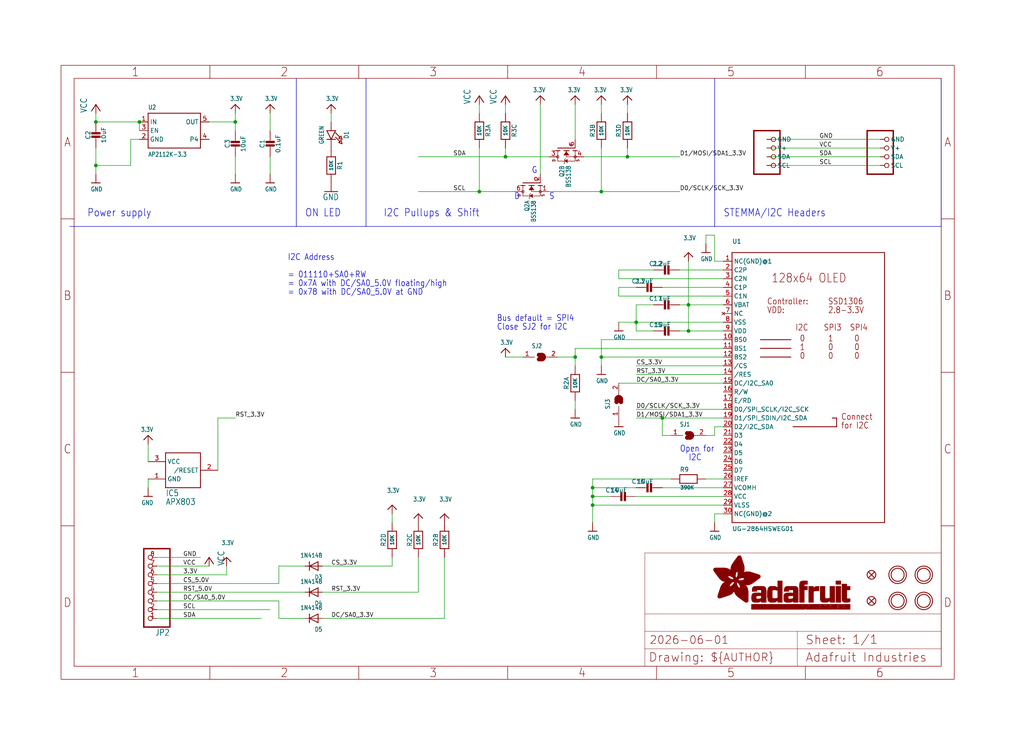
<source format=kicad_sch>
(kicad_sch (version 20230121) (generator eeschema)
  (paper "User" 298.45 217.322)
  (lib_symbols
    (symbol "working-eagle-import:3.3V" (power)
      (property "Value" "3.3V" (at -1.524 1.016 0))
      (symbol "3.3V_1_0"
        (pin power_in line (at 0 -2.54 90) (length 2.54) (name "3.3V") (number "1"))
      )
    )
    (symbol "working-eagle-import:AXP083-SAG"
      (property "Reference" "IC" (at -5.08 -7.62 0))
      (symbol "AXP083-SAG_1_0"
        (pin power_in line (at -10.16 -2.54 0) (length 5.08) (name "GND") (number "1"))
        (pin output line (at 10.16 0 180) (length 5.08) (name "/RESET") (number "2"))
        (pin power_in line (at -10.16 2.54 0) (length 5.08) (name "VCC") (number "3"))
      )
    )
    (symbol "working-eagle-import:CAP_CERAMIC0603_NO"
      (property "Reference" "C" (at -2.29 1.25 90))
      (symbol "CAP_CERAMIC0603_NO_1_0"
        (pin passive line (at 0 5.08 270) (length 2.54) (name "1") (number "1"))
        (pin passive line (at 0 -2.54 90) (length 2.54) (name "2") (number "2"))
      )
    )
    (symbol "working-eagle-import:CAP_CERAMIC0805-NOOUTLINE"
      (property "Reference" "C" (at -2.29 1.25 90))
      (symbol "CAP_CERAMIC0805-NOOUTLINE_1_0"
        (pin passive line (at 0 5.08 270) (length 2.54) (name "1") (number "1"))
        (pin passive line (at 0 -2.54 90) (length 2.54) (name "2") (number "2"))
      )
    )
    (symbol "working-eagle-import:DIODESOD-323"
      (property "Reference" "D" (at 0 2.54 0))
      (symbol "DIODESOD-323_1_0"
        (pin passive line (at -2.54 0 0) (length 2.54) (name "A") (number "A"))
        (pin passive line (at 2.54 0 180) (length 2.54) (name "C") (number "C"))
      )
    )
    (symbol "working-eagle-import:DISP_OLED_UG-2864HSWEG01"
      (property "Reference" "U" (at -22.86 40.64 0))
      (symbol "DISP_OLED_UG-2864HSWEG01_1_0"
        (text "0" (at -3.175 6.985 0) (effects (font (size 1.778 1.5113)) (justify left bottom)))
        (text "0" (at -3.175 12.065 0) (effects (font (size 1.778 1.5113)) (justify left bottom)))
        (text "0" (at 5.08 6.985 0) (effects (font (size 1.778 1.5113)) (justify left bottom)))
        (text "0" (at 5.08 9.525 0) (effects (font (size 1.778 1.5113)) (justify left bottom)))
        (text "0" (at 12.7 6.985 0) (effects (font (size 1.778 1.5113)) (justify left bottom)))
        (text "0" (at 12.7 9.525 0) (effects (font (size 1.778 1.5113)) (justify left bottom)))
        (text "0" (at 12.7 12.065 0) (effects (font (size 1.778 1.5113)) (justify left bottom)))
        (text "1" (at -3.175 9.525 0) (effects (font (size 1.778 1.5113)) (justify left bottom)))
        (text "1" (at 5.08 12.065 0) (effects (font (size 1.778 1.5113)) (justify left bottom)))
        (text "128x64 OLED" (at -11.43 29.21 0) (effects (font (size 2.54 2.159)) (justify left bottom)))
        (text "2.8-3.3V" (at 5.08 20.32 0) (effects (font (size 1.778 1.5113)) (justify left bottom)))
        (text "Connect" (at 8.89 -10.795 0) (effects (font (size 1.778 1.5113)) (justify left bottom)))
        (text "Controller:" (at -12.7 22.86 0) (effects (font (size 1.778 1.5113)) (justify left bottom)))
        (text "for I2C" (at 8.89 -13.335 0) (effects (font (size 1.778 1.5113)) (justify left bottom)))
        (text "I2C" (at -4.445 15.24 0) (effects (font (size 1.778 1.5113)) (justify left bottom)))
        (text "SPI3" (at 3.81 15.24 0) (effects (font (size 1.778 1.5113)) (justify left bottom)))
        (text "SPI4" (at 11.43 15.24 0) (effects (font (size 1.778 1.5113)) (justify left bottom)))
        (text "SSD1306" (at 5.08 22.86 0) (effects (font (size 1.778 1.5113)) (justify left bottom)))
        (text "VDD:" (at -12.7 20.32 0) (effects (font (size 1.778 1.5113)) (justify left bottom)))
        (pin input line (at -25.4 35.56 0) (length 2.54) (name "NC(GND)@1") (number "1"))
        (pin input line (at -25.4 12.7 0) (length 2.54) (name "BS0") (number "10"))
        (pin input line (at -25.4 10.16 0) (length 2.54) (name "BS1") (number "11"))
        (pin input line (at -25.4 7.62 0) (length 2.54) (name "BS2") (number "12"))
        (pin input line (at -25.4 5.08 0) (length 2.54) (name "/CS") (number "13"))
        (pin input line (at -25.4 2.54 0) (length 2.54) (name "/RES") (number "14"))
        (pin input line (at -25.4 0 0) (length 2.54) (name "DC/I2C_SA0") (number "15"))
        (pin input line (at -25.4 -2.54 0) (length 2.54) (name "R/W") (number "16"))
        (pin input line (at -25.4 -5.08 0) (length 2.54) (name "E/RD") (number "17"))
        (pin bidirectional line (at -25.4 -7.62 0) (length 2.54) (name "D0/SPI_SCLK/I2C_SCK") (number "18"))
        (pin bidirectional line (at -25.4 -10.16 0) (length 2.54) (name "D1/SPI_SDIN/I2C_SDA") (number "19"))
        (pin input line (at -25.4 33.02 0) (length 2.54) (name "C2P") (number "2"))
        (pin bidirectional line (at -25.4 -12.7 0) (length 2.54) (name "D2/I2C_SDA") (number "20"))
        (pin bidirectional line (at -25.4 -15.24 0) (length 2.54) (name "D3") (number "21"))
        (pin bidirectional line (at -25.4 -17.78 0) (length 2.54) (name "D4") (number "22"))
        (pin bidirectional line (at -25.4 -20.32 0) (length 2.54) (name "D5") (number "23"))
        (pin bidirectional line (at -25.4 -22.86 0) (length 2.54) (name "D6") (number "24"))
        (pin bidirectional line (at -25.4 -25.4 0) (length 2.54) (name "D7") (number "25"))
        (pin input line (at -25.4 -27.94 0) (length 2.54) (name "IREF") (number "26"))
        (pin output line (at -25.4 -30.48 0) (length 2.54) (name "VCOMH") (number "27"))
        (pin power_in line (at -25.4 -33.02 0) (length 2.54) (name "VCC") (number "28"))
        (pin power_in line (at -25.4 -35.56 0) (length 2.54) (name "VLSS") (number "29"))
        (pin input line (at -25.4 30.48 0) (length 2.54) (name "C2N") (number "3"))
        (pin input line (at -25.4 -38.1 0) (length 2.54) (name "NC(GND)@2") (number "30"))
        (pin input line (at -25.4 27.94 0) (length 2.54) (name "C1P") (number "4"))
        (pin input line (at -25.4 25.4 0) (length 2.54) (name "C1N") (number "5"))
        (pin input line (at -25.4 22.86 0) (length 2.54) (name "VBAT") (number "6"))
        (pin no_connect line (at -25.4 20.32 0) (length 2.54) (name "NC") (number "7"))
        (pin power_in line (at -25.4 17.78 0) (length 2.54) (name "VSS") (number "8"))
        (pin power_in line (at -25.4 15.24 0) (length 2.54) (name "VDD") (number "9"))
      )
    )
    (symbol "working-eagle-import:FIDUCIAL_1MM")
    (symbol "working-eagle-import:FRAME_A4_ADAFRUIT"
      (symbol "FRAME_A4_ADAFRUIT_1_0"
        (text "${#}/${##}" (at 230.505 10.16 0) (effects (font (size 2.54 2.54)) (justify left bottom)))
        (text "${AUTHOR}" (at 189.23 5.08 0) (effects (font (size 2.286 2.286)) (justify left bottom)))
        (text "${CURRENT_DATE}" (at 171.45 10.16 0) (effects (font (size 2.286 2.286)) (justify left bottom)))
        (text "${PROJECTNAME}" (at 171.45 15.24 0) (effects (font (size 2.54 2.54)) (justify left bottom)))
        (text "1" (at 21.6958 1.905 0) (effects (font (size 2.54 2.286))))
        (text "1" (at 21.6958 177.165 0) (effects (font (size 2.54 2.286))))
        (text "2" (at 65.0875 1.905 0) (effects (font (size 2.54 2.286))))
        (text "2" (at 65.0875 177.165 0) (effects (font (size 2.54 2.286))))
        (text "3" (at 108.4792 1.905 0) (effects (font (size 2.54 2.286))))
        (text "3" (at 108.4792 177.165 0) (effects (font (size 2.54 2.286))))
        (text "4" (at 151.8708 1.905 0) (effects (font (size 2.54 2.286))))
        (text "4" (at 151.8708 177.165 0) (effects (font (size 2.54 2.286))))
        (text "5" (at 195.2625 1.905 0) (effects (font (size 2.54 2.286))))
        (text "5" (at 195.2625 177.165 0) (effects (font (size 2.54 2.286))))
        (text "6" (at 238.6542 1.905 0) (effects (font (size 2.54 2.286))))
        (text "6" (at 238.6542 177.165 0) (effects (font (size 2.54 2.286))))
        (text "A" (at 1.905 156.6863 0) (effects (font (size 2.54 2.286))))
        (text "A" (at 258.445 156.6863 0) (effects (font (size 2.54 2.286))))
        (text "Adafruit Industries" (at 216.916 4.953 0) (effects (font (size 2.54 2.54)) (justify left bottom)))
        (text "B" (at 1.905 111.9188 0) (effects (font (size 2.54 2.286))))
        (text "B" (at 258.445 111.9188 0) (effects (font (size 2.54 2.286))))
        (text "C" (at 1.905 67.1513 0) (effects (font (size 2.54 2.286))))
        (text "C" (at 258.445 67.1513 0) (effects (font (size 2.54 2.286))))
        (text "D" (at 1.905 22.3838 0) (effects (font (size 2.54 2.286))))
        (text "D" (at 258.445 22.3838 0) (effects (font (size 2.54 2.286))))
        (text "Drawing:" (at 171.196 4.953 0) (effects (font (size 2.54 2.54)) (justify left bottom)))
        (text "Sheet:" (at 216.916 10.033 0) (effects (font (size 2.54 2.54)) (justify left bottom)))
      )
    )
    (symbol "working-eagle-import:GND" (power)
      (property "Value" "GND" (at -1.524 -2.54 0))
      (symbol "GND_1_0"
        (pin power_in line (at 0 2.54 270) (length 2.54) (name "GND") (number "1"))
      )
    )
    (symbol "working-eagle-import:HEADER-1X870MIL"
      (property "Reference" "JP" (at -6.35 13.335 0))
      (symbol "HEADER-1X870MIL_1_0"
        (pin passive inverted (at -2.54 10.16 0) (length 2.54) (name "1") (number "1"))
        (pin passive inverted (at -2.54 7.62 0) (length 2.54) (name "2") (number "2"))
        (pin passive inverted (at -2.54 5.08 0) (length 2.54) (name "3") (number "3"))
        (pin passive inverted (at -2.54 2.54 0) (length 2.54) (name "4") (number "4"))
        (pin passive inverted (at -2.54 0 0) (length 2.54) (name "5") (number "5"))
        (pin passive inverted (at -2.54 -2.54 0) (length 2.54) (name "6") (number "6"))
        (pin passive inverted (at -2.54 -5.08 0) (length 2.54) (name "7") (number "7"))
        (pin passive inverted (at -2.54 -7.62 0) (length 2.54) (name "8") (number "8"))
      )
    )
    (symbol "working-eagle-import:LED0603_NOOUTLINE"
      (property "Reference" "D" (at -1.27 4.445 0))
      (symbol "LED0603_NOOUTLINE_1_0"
        (pin passive line (at -5.08 0 0) (length 2.54) (name "A") (number "A"))
        (pin passive line (at 2.54 0 180) (length 2.54) (name "C") (number "C"))
      )
    )
    (symbol "working-eagle-import:MOSFET-N_DUAL"
      (property "Reference" "Q" (at 5.08 0.635 0))
      (symbol "MOSFET-N_DUAL_1_0"
        (text "D" (at 3.175 3.175 0) (effects (font (size 0.8128 0.6908)) (justify left bottom)))
        (text "G" (at -1.27 -1.905 0) (effects (font (size 0.8128 0.6908)) (justify left bottom)))
        (text "S" (at 3.175 -3.81 0) (effects (font (size 0.8128 0.6908)) (justify left bottom)))
        (pin bidirectional line (at 2.54 -5.08 90) (length 2.54) (name "S") (number "1"))
        (pin bidirectional line (at -2.54 -2.54 0) (length 2.54) (name "G") (number "2"))
        (pin bidirectional line (at 2.54 5.08 270) (length 2.54) (name "D") (number "6"))
      )
      (symbol "MOSFET-N_DUAL_2_0"
        (text "D" (at 3.175 3.175 0) (effects (font (size 0.8128 0.6908)) (justify left bottom)))
        (text "G" (at -1.27 -1.905 0) (effects (font (size 0.8128 0.6908)) (justify left bottom)))
        (text "S" (at 3.175 -3.81 0) (effects (font (size 0.8128 0.6908)) (justify left bottom)))
        (pin bidirectional line (at 2.54 5.08 270) (length 2.54) (name "D") (number "3"))
        (pin bidirectional line (at 2.54 -5.08 90) (length 2.54) (name "S") (number "4"))
        (pin bidirectional line (at -2.54 -2.54 0) (length 2.54) (name "G") (number "5"))
      )
    )
    (symbol "working-eagle-import:MOUNTINGHOLE2.5")
    (symbol "working-eagle-import:RESISTOR_0603_NOOUT"
      (property "Reference" "R" (at 0 2.54 0))
      (symbol "RESISTOR_0603_NOOUT_1_0"
        (pin passive line (at -5.08 0 0) (length 2.54) (name "1") (number "1"))
        (pin passive line (at 5.08 0 180) (length 2.54) (name "2") (number "2"))
      )
    )
    (symbol "working-eagle-import:RESISTOR_4PACK"
      (property "Reference" "R" (at 0 2.54 0))
      (symbol "RESISTOR_4PACK_1_0"
        (pin passive line (at -5.08 0 0) (length 2.54) (name "1") (number "1"))
        (pin passive line (at 5.08 0 180) (length 2.54) (name "2") (number "8"))
      )
      (symbol "RESISTOR_4PACK_2_0"
        (pin passive line (at -5.08 0 0) (length 2.54) (name "1") (number "2"))
        (pin passive line (at 5.08 0 180) (length 2.54) (name "2") (number "7"))
      )
      (symbol "RESISTOR_4PACK_3_0"
        (pin passive line (at -5.08 0 0) (length 2.54) (name "1") (number "3"))
        (pin passive line (at 5.08 0 180) (length 2.54) (name "2") (number "6"))
      )
      (symbol "RESISTOR_4PACK_4_0"
        (pin passive line (at -5.08 0 0) (length 2.54) (name "1") (number "4"))
        (pin passive line (at 5.08 0 180) (length 2.54) (name "2") (number "5"))
      )
    )
    (symbol "working-eagle-import:SOLDERJUMPER"
      (property "Reference" "SJ" (at -2.54 2.54 0))
      (symbol "SOLDERJUMPER_1_0"
        (pin passive line (at -5.08 0 0) (length 2.54) (name "1") (number "1"))
        (pin passive line (at 5.08 0 180) (length 2.54) (name "2") (number "2"))
      )
    )
    (symbol "working-eagle-import:SOLDERJUMPERCLOSED"
      (property "Reference" "SJ" (at -2.54 2.54 0))
      (symbol "SOLDERJUMPERCLOSED_1_0"
        (pin passive line (at -5.08 0 0) (length 2.54) (name "1") (number "1"))
        (pin passive line (at 5.08 0 180) (length 2.54) (name "2") (number "2"))
      )
    )
    (symbol "working-eagle-import:STEMMA_I2C_QT"
      (symbol "STEMMA_I2C_QT_1_0"
        (pin passive inverted (at 0 5.08 0) (length 2.54) (name "GND") (number "1"))
        (pin passive inverted (at 0 2.54 0) (length 2.54) (name "V+") (number "2"))
        (pin passive inverted (at 0 0 0) (length 2.54) (name "SDA") (number "3"))
        (pin passive inverted (at 0 -2.54 0) (length 2.54) (name "SCL") (number "4"))
      )
      (symbol "STEMMA_I2C_QT_2_0"
        (pin bidirectional line (at 0 0 0) (length 5.08) (name "MT") (number "MT1"))
      )
      (symbol "STEMMA_I2C_QT_3_0"
        (pin bidirectional line (at 0 0 0) (length 5.08) (name "MT") (number "MT2"))
      )
    )
    (symbol "working-eagle-import:VCC" (power)
      (property "Value" "VCC" (at -2.54 -2.54 90))
      (symbol "VCC_1_0"
        (pin power_in line (at 0 -2.54 90) (length 2.54) (name "VCC") (number "1"))
      )
    )
    (symbol "working-eagle-import:VREG_SOT23-5"
      (property "Reference" "U" (at -7.62 6.096 0))
      (symbol "VREG_SOT23-5_1_0"
        (pin power_in line (at -10.16 2.54 0) (length 2.54) (name "IN") (number "1"))
        (pin power_in line (at -10.16 -2.54 0) (length 2.54) (name "GND") (number "2"))
        (pin input line (at -10.16 0 0) (length 2.54) (name "EN") (number "3"))
        (pin bidirectional line (at 10.16 -2.54 180) (length 2.54) (name "P4") (number "4"))
        (pin power_in line (at 10.16 2.54 180) (length 2.54) (name "OUT") (number "5"))
      )
    )
    (symbol "working-eagle-import:supply1_GND" (power)
      (property "Value" "supply1_GND" (at -2.54 -2.54 0))
      (symbol "supply1_GND_1_0"
        (pin power_in line (at 0 2.54 270) (length 2.54) (name "GND") (number "1"))
      )
    )
  )
  (junction (at 27.94 35.56))
  (junction (at 147.32 45.72))
  (junction (at 167.64 104.14))
  (junction (at 185.42 93.98))
  (junction (at 175.26 104.14))
  (junction (at 40.64 35.56))
  (junction (at 172.72 142.24))
  (junction (at 27.94 48.26))
  (junction (at 175.26 55.88))
  (junction (at 68.58 35.56))
  (junction (at 193.04 121.92))
  (junction (at 139.7 55.88))
  (junction (at 182.88 45.72))
  (junction (at 200.66 88.9))
  (junction (at 200.66 96.52))
  (junction (at 172.72 147.32))
  (junction (at 172.72 144.78))
  (wire (pts (xy 68.58 45.72) (xy 68.58 50.8)) (stroke (width 0.1524)))
  (wire (pts (xy 162.56 104.14) (xy 167.64 104.14)) (stroke (width 0.1524)))
  (wire (pts (xy 210.82 99.06) (xy 175.26 99.06)) (stroke (width 0.1524)))
  (wire (pts (xy 200.66 76.2) (xy 200.66 88.9)) (stroke (width 0.1524)))
  (wire (pts (xy 45.72 177.8) (xy 78.74 177.8)) (stroke (width 0.1524)))
  (wire (pts (xy 96.52 35.56) (xy 96.52 33.02)) (stroke (width 0.1524)))
  (wire (pts (xy 190.5 88.9) (xy 185.42 88.9)) (stroke (width 0.1524)))
  (wire (pts (xy 200.66 88.9) (xy 198.12 88.9)) (stroke (width 0.1524)))
  (wire (pts (xy 81.28 165.1) (xy 88.9 165.1)) (stroke (width 0.1524)))
  (wire (pts (xy 180.34 78.74) (xy 180.34 81.28)) (stroke (width 0.1524)))
  (wire (pts (xy 43.18 134.62) (xy 43.18 129.54)) (stroke (width 0.1524)))
  (wire (pts (xy 93.98 165.1) (xy 114.3 165.1)) (stroke (width 0.1524)))
  (wire (pts (xy 40.64 40.64) (xy 38.1 40.64)) (stroke (width 0.1524)))
  (wire (pts (xy 210.82 149.86) (xy 208.28 149.86)) (stroke (width 0.1524)))
  (polyline (pts (xy 86.36 22.86) (xy 86.36 66.04)) (stroke (width 0.1524) (type solid)))
  (wire (pts (xy 38.1 40.64) (xy 38.1 48.26)) (stroke (width 0.1524)))
  (wire (pts (xy 210.82 119.38) (xy 185.42 119.38)) (stroke (width 0.1524)))
  (wire (pts (xy 27.94 48.26) (xy 27.94 43.18)) (stroke (width 0.1524)))
  (wire (pts (xy 43.18 139.7) (xy 43.18 142.24)) (stroke (width 0.1524)))
  (wire (pts (xy 63.5 137.16) (xy 63.5 121.92)) (stroke (width 0.1524)))
  (wire (pts (xy 27.94 33.02) (xy 27.94 35.56)) (stroke (width 0.1524)))
  (wire (pts (xy 45.72 165.1) (xy 60.96 165.1)) (stroke (width 0.1524)))
  (wire (pts (xy 256.54 40.64) (xy 223.52 40.64)) (stroke (width 0.1524)))
  (wire (pts (xy 121.92 172.72) (xy 121.92 162.56)) (stroke (width 0.1524)))
  (wire (pts (xy 210.82 96.52) (xy 200.66 96.52)) (stroke (width 0.1524)))
  (wire (pts (xy 210.82 144.78) (xy 185.42 144.78)) (stroke (width 0.1524)))
  (wire (pts (xy 45.72 180.34) (xy 76.2 180.34)) (stroke (width 0.1524)))
  (wire (pts (xy 175.26 99.06) (xy 175.26 104.14)) (stroke (width 0.1524)))
  (wire (pts (xy 175.26 33.02) (xy 175.26 30.48)) (stroke (width 0.1524)))
  (polyline (pts (xy 208.28 22.86) (xy 208.28 66.04)) (stroke (width 0.1524) (type solid)))
  (wire (pts (xy 45.72 170.18) (xy 81.28 170.18)) (stroke (width 0.1524)))
  (wire (pts (xy 195.58 127) (xy 193.04 127)) (stroke (width 0.1524)))
  (wire (pts (xy 180.34 83.82) (xy 180.34 86.36)) (stroke (width 0.1524)))
  (wire (pts (xy 139.7 55.88) (xy 121.92 55.88)) (stroke (width 0.1524)))
  (wire (pts (xy 210.82 147.32) (xy 172.72 147.32)) (stroke (width 0.1524)))
  (wire (pts (xy 81.28 175.26) (xy 81.28 180.34)) (stroke (width 0.1524)))
  (wire (pts (xy 210.82 139.7) (xy 205.74 139.7)) (stroke (width 0.1524)))
  (wire (pts (xy 185.42 88.9) (xy 185.42 93.98)) (stroke (width 0.1524)))
  (wire (pts (xy 60.96 35.56) (xy 68.58 35.56)) (stroke (width 0.1524)))
  (wire (pts (xy 210.82 93.98) (xy 185.42 93.98)) (stroke (width 0.1524)))
  (wire (pts (xy 167.64 119.38) (xy 167.64 116.84)) (stroke (width 0.1524)))
  (wire (pts (xy 185.42 96.52) (xy 185.42 93.98)) (stroke (width 0.1524)))
  (wire (pts (xy 172.72 142.24) (xy 172.72 139.7)) (stroke (width 0.1524)))
  (wire (pts (xy 81.28 170.18) (xy 81.28 165.1)) (stroke (width 0.1524)))
  (wire (pts (xy 157.48 50.8) (xy 157.48 30.48)) (stroke (width 0.1524)))
  (polyline (pts (xy 208.28 66.04) (xy 274.32 66.04)) (stroke (width 0.1524) (type solid)))
  (wire (pts (xy 78.74 33.02) (xy 78.74 38.1)) (stroke (width 0.1524)))
  (wire (pts (xy 114.3 165.1) (xy 114.3 162.56)) (stroke (width 0.1524)))
  (wire (pts (xy 182.88 45.72) (xy 198.12 45.72)) (stroke (width 0.1524)))
  (wire (pts (xy 190.5 78.74) (xy 180.34 78.74)) (stroke (width 0.1524)))
  (wire (pts (xy 147.32 33.02) (xy 147.32 30.48)) (stroke (width 0.1524)))
  (wire (pts (xy 210.82 104.14) (xy 175.26 104.14)) (stroke (width 0.1524)))
  (wire (pts (xy 210.82 121.92) (xy 193.04 121.92)) (stroke (width 0.1524)))
  (wire (pts (xy 210.82 109.22) (xy 185.42 109.22)) (stroke (width 0.1524)))
  (wire (pts (xy 167.64 101.6) (xy 167.64 104.14)) (stroke (width 0.1524)))
  (wire (pts (xy 193.04 121.92) (xy 185.42 121.92)) (stroke (width 0.1524)))
  (wire (pts (xy 149.86 55.88) (xy 139.7 55.88)) (stroke (width 0.1524)))
  (wire (pts (xy 45.72 172.72) (xy 88.9 172.72)) (stroke (width 0.1524)))
  (wire (pts (xy 210.82 78.74) (xy 198.12 78.74)) (stroke (width 0.1524)))
  (wire (pts (xy 223.52 43.18) (xy 256.54 43.18)) (stroke (width 0.1524)))
  (wire (pts (xy 160.02 55.88) (xy 175.26 55.88)) (stroke (width 0.1524)))
  (wire (pts (xy 200.66 88.9) (xy 200.66 96.52)) (stroke (width 0.1524)))
  (wire (pts (xy 172.72 144.78) (xy 172.72 142.24)) (stroke (width 0.1524)))
  (wire (pts (xy 210.82 124.46) (xy 208.28 124.46)) (stroke (width 0.1524)))
  (wire (pts (xy 93.98 172.72) (xy 121.92 172.72)) (stroke (width 0.1524)))
  (wire (pts (xy 175.26 43.18) (xy 175.26 55.88)) (stroke (width 0.1524)))
  (wire (pts (xy 139.7 30.48) (xy 139.7 33.02)) (stroke (width 0.1524)))
  (wire (pts (xy 180.34 81.28) (xy 210.82 81.28)) (stroke (width 0.1524)))
  (wire (pts (xy 193.04 127) (xy 193.04 121.92)) (stroke (width 0.1524)))
  (wire (pts (xy 27.94 48.26) (xy 27.94 50.8)) (stroke (width 0.1524)))
  (wire (pts (xy 38.1 48.26) (xy 27.94 48.26)) (stroke (width 0.1524)))
  (wire (pts (xy 66.04 167.64) (xy 66.04 165.1)) (stroke (width 0.1524)))
  (wire (pts (xy 40.64 38.1) (xy 40.64 35.56)) (stroke (width 0.1524)))
  (wire (pts (xy 175.26 55.88) (xy 198.12 55.88)) (stroke (width 0.1524)))
  (wire (pts (xy 200.66 96.52) (xy 198.12 96.52)) (stroke (width 0.1524)))
  (wire (pts (xy 172.72 139.7) (xy 195.58 139.7)) (stroke (width 0.1524)))
  (wire (pts (xy 256.54 45.72) (xy 223.52 45.72)) (stroke (width 0.1524)))
  (wire (pts (xy 210.82 76.2) (xy 208.28 76.2)) (stroke (width 0.1524)))
  (wire (pts (xy 68.58 35.56) (xy 68.58 33.02)) (stroke (width 0.1524)))
  (wire (pts (xy 63.5 121.92) (xy 68.58 121.92)) (stroke (width 0.1524)))
  (wire (pts (xy 45.72 162.56) (xy 58.42 162.56)) (stroke (width 0.1524)))
  (wire (pts (xy 185.42 83.82) (xy 180.34 83.82)) (stroke (width 0.1524)))
  (wire (pts (xy 167.64 101.6) (xy 210.82 101.6)) (stroke (width 0.1524)))
  (wire (pts (xy 185.42 142.24) (xy 172.72 142.24)) (stroke (width 0.1524)))
  (wire (pts (xy 172.72 147.32) (xy 172.72 144.78)) (stroke (width 0.1524)))
  (wire (pts (xy 223.52 48.26) (xy 256.54 48.26)) (stroke (width 0.1524)))
  (polyline (pts (xy 20.32 66.04) (xy 86.36 66.04)) (stroke (width 0.1524) (type solid)))
  (wire (pts (xy 81.28 180.34) (xy 88.9 180.34)) (stroke (width 0.1524)))
  (wire (pts (xy 129.54 180.34) (xy 129.54 162.56)) (stroke (width 0.1524)))
  (polyline (pts (xy 106.68 66.04) (xy 208.28 66.04)) (stroke (width 0.1524) (type solid)))
  (wire (pts (xy 45.72 175.26) (xy 81.28 175.26)) (stroke (width 0.1524)))
  (wire (pts (xy 68.58 35.56) (xy 68.58 38.1)) (stroke (width 0.1524)))
  (wire (pts (xy 160.02 45.72) (xy 147.32 45.72)) (stroke (width 0.1524)))
  (wire (pts (xy 93.98 180.34) (xy 129.54 180.34)) (stroke (width 0.1524)))
  (wire (pts (xy 208.28 149.86) (xy 208.28 152.4)) (stroke (width 0.1524)))
  (wire (pts (xy 210.82 83.82) (xy 193.04 83.82)) (stroke (width 0.1524)))
  (wire (pts (xy 78.74 45.72) (xy 78.74 50.8)) (stroke (width 0.1524)))
  (wire (pts (xy 177.8 144.78) (xy 172.72 144.78)) (stroke (width 0.1524)))
  (polyline (pts (xy 106.68 22.86) (xy 106.68 66.04)) (stroke (width 0.1524) (type solid)))
  (wire (pts (xy 170.18 45.72) (xy 182.88 45.72)) (stroke (width 0.1524)))
  (wire (pts (xy 175.26 104.14) (xy 175.26 106.68)) (stroke (width 0.1524)))
  (wire (pts (xy 208.28 68.58) (xy 205.74 68.58)) (stroke (width 0.1524)))
  (wire (pts (xy 114.3 149.86) (xy 114.3 152.4)) (stroke (width 0.1524)))
  (wire (pts (xy 167.64 104.14) (xy 167.64 106.68)) (stroke (width 0.1524)))
  (wire (pts (xy 208.28 127) (xy 205.74 127)) (stroke (width 0.1524)))
  (wire (pts (xy 139.7 43.18) (xy 139.7 55.88)) (stroke (width 0.1524)))
  (wire (pts (xy 180.34 86.36) (xy 210.82 86.36)) (stroke (width 0.1524)))
  (wire (pts (xy 190.5 96.52) (xy 185.42 96.52)) (stroke (width 0.1524)))
  (polyline (pts (xy 86.36 66.04) (xy 106.68 66.04)) (stroke (width 0.1524) (type solid)))
  (wire (pts (xy 208.28 76.2) (xy 208.28 68.58)) (stroke (width 0.1524)))
  (wire (pts (xy 172.72 147.32) (xy 172.72 152.4)) (stroke (width 0.1524)))
  (wire (pts (xy 147.32 43.18) (xy 147.32 45.72)) (stroke (width 0.1524)))
  (wire (pts (xy 205.74 68.58) (xy 205.74 71.12)) (stroke (width 0.1524)))
  (wire (pts (xy 152.4 104.14) (xy 147.32 104.14)) (stroke (width 0.1524)))
  (wire (pts (xy 182.88 33.02) (xy 182.88 30.48)) (stroke (width 0.1524)))
  (polyline (pts (xy 274.32 22.86) (xy 274.32 66.04)) (stroke (width 0.1524) (type solid)))
  (wire (pts (xy 210.82 106.68) (xy 185.42 106.68)) (stroke (width 0.1524)))
  (wire (pts (xy 208.28 124.46) (xy 208.28 127)) (stroke (width 0.1524)))
  (wire (pts (xy 210.82 88.9) (xy 200.66 88.9)) (stroke (width 0.1524)))
  (wire (pts (xy 185.42 93.98) (xy 180.34 93.98)) (stroke (width 0.1524)))
  (wire (pts (xy 45.72 167.64) (xy 66.04 167.64)) (stroke (width 0.1524)))
  (wire (pts (xy 167.64 40.64) (xy 167.64 30.48)) (stroke (width 0.1524)))
  (wire (pts (xy 210.82 142.24) (xy 193.04 142.24)) (stroke (width 0.1524)))
  (wire (pts (xy 210.82 111.76) (xy 180.34 111.76)) (stroke (width 0.1524)))
  (wire (pts (xy 40.64 35.56) (xy 27.94 35.56)) (stroke (width 0.1524)))
  (wire (pts (xy 182.88 43.18) (xy 182.88 45.72)) (stroke (width 0.1524)))
  (wire (pts (xy 147.32 45.72) (xy 121.92 45.72)) (stroke (width 0.1524)))
  (text "Open for" (at 198.12 132.08 0) (effects (font (size 1.778 1.5113)) (justify left bottom)))
  (text "Power supply" (at 25.4 63.5 0) (effects (font (size 2.1844 1.8567)) (justify left bottom)))
  (text "= 0x78 with DC/SA0_5.0V at GND" (at 83.82 86.36 0) (effects (font (size 1.778 1.5113)) (justify left bottom)))
  (text "D" (at 149.86 58.42 0) (effects (font (size 1.778 1.5113)) (justify left bottom)))
  (text "I2C" (at 200.66 134.62 0) (effects (font (size 1.778 1.5113)) (justify left bottom)))
  (text "I2C Pullups & Shift" (at 111.76 63.5 0) (effects (font (size 2.1844 1.8567)) (justify left bottom)))
  (text "I2C Address" (at 83.82 76.2 0) (effects (font (size 1.778 1.5113)) (justify left bottom)))
  (text "= 011110+SA0+RW" (at 83.82 81.28 0) (effects (font (size 1.778 1.5113)) (justify left bottom)))
  (text "S" (at 160.02 58.42 0) (effects (font (size 1.778 1.5113)) (justify left bottom)))
  (text "= 0x7A with DC/SA0_5.0V floating/high" (at 83.82 83.82 0) (effects (font (size 1.778 1.5113)) (justify left bottom)))
  (text "Bus default = SPI4" (at 144.78 93.98 0) (effects (font (size 1.778 1.5113)) (justify left bottom)))
  (text "G" (at 154.94 50.8 0) (effects (font (size 1.778 1.5113)) (justify left bottom)))
  (text "Close SJ2 for I2C" (at 144.78 96.52 0) (effects (font (size 1.778 1.5113)) (justify left bottom)))
  (text "STEMMA/I2C Headers" (at 210.82 63.5 0) (effects (font (size 2.1844 1.8567)) (justify left bottom)))
  (text "ON LED" (at 88.9 63.5 0) (effects (font (size 2.1844 1.8567)) (justify left bottom)))
  (label "RST_3.3V" (at 185.42 109.22 0) (effects (font (size 1.2446 1.2446))))
  (label "VCC" (at 53.34 165.1 0) (effects (font (size 1.2446 1.2446))))
  (label "D1/MOSI/SDA1_3.3V" (at 185.42 121.92 0) (effects (font (size 1.2446 1.2446))))
  (label "SDA" (at 238.76 45.72 0) (effects (font (size 1.2446 1.2446))))
  (label "GND" (at 53.34 162.56 0) (effects (font (size 1.2446 1.2446))))
  (label "SCL" (at 132.08 55.88 0) (effects (font (size 1.2446 1.2446))))
  (label "SCL" (at 53.34 177.8 0) (effects (font (size 1.2446 1.2446))))
  (label "CS_3.3V" (at 185.42 106.68 0) (effects (font (size 1.2446 1.2446))))
  (label "3.3V" (at 53.34 167.64 0) (effects (font (size 1.2446 1.2446))))
  (label "D0/SCLK/SCK_3.3V" (at 185.42 119.38 0) (effects (font (size 1.2446 1.2446))))
  (label "SDA" (at 53.34 180.34 0) (effects (font (size 1.2446 1.2446))))
  (label "GND" (at 238.76 40.64 0) (effects (font (size 1.2446 1.2446))))
  (label "D1/MOSI/SDA1_3.3V" (at 198.12 45.72 0) (effects (font (size 1.2446 1.2446))))
  (label "DC/SA0_5.0V" (at 53.34 175.26 0) (effects (font (size 1.2446 1.2446))))
  (label "SDA" (at 132.08 45.72 0) (effects (font (size 1.2446 1.2446))))
  (label "D0/SCLK/SCK_3.3V" (at 198.12 55.88 0) (effects (font (size 1.2446 1.2446))))
  (label "SCL" (at 238.76 48.26 0) (effects (font (size 1.2446 1.2446))))
  (label "RST_5.0V" (at 53.34 172.72 0) (effects (font (size 1.2446 1.2446))))
  (label "RST_3.3V" (at 68.58 121.92 0) (effects (font (size 1.2446 1.2446))))
  (label "DC/SA0_3.3V" (at 185.42 111.76 0) (effects (font (size 1.2446 1.2446))))
  (label "CS_5.0V" (at 53.34 170.18 0) (effects (font (size 1.2446 1.2446))))
  (label "DC/SA0_3.3V" (at 96.52 180.34 0) (effects (font (size 1.2446 1.2446))))
  (label "CS_3.3V" (at 96.52 165.1 0) (effects (font (size 1.2446 1.2446))))
  (label "VCC" (at 238.76 43.18 0) (effects (font (size 1.2446 1.2446))))
  (label "RST_3.3V" (at 96.52 172.72 0) (effects (font (size 1.2446 1.2446))))
  (symbol (lib_id "working-eagle-import:RESISTOR_0603_NOOUT") (at 200.66 139.7 0) (unit 1)
    (property "Reference" "R9" (at 198.12 137.668 0) (effects (justify left bottom)))
    (property "Value" "390K" (at 198.12 142.875 0) (effects (font (size 1.016 1.016) bold) (justify left bottom)))
    (property "Footprint" "working:0603-NO" (effects hide))
  )
  (symbol (lib_id "working-eagle-import:CAP_CERAMIC0805-NOOUTLINE") (at 27.94 40.64 0) (unit 1)
    (property "Reference" "C2" (at 25.65 39.39 90))
    (property "Value" "10uF" (at 30.24 39.39 90))
    (property "Footprint" "working:0805-NO" (effects hide))
  )
  (symbol (lib_id "working-eagle-import:3.3V") (at 182.88 27.94 0) (mirror y) (unit 1)
    (property "Reference" "#U$7" (effects hide))
    (property "Value" "3.3V" (at 184.404 26.924 0) (effects (font (size 1.27 1.0795)) (justify left bottom)))
  )
  (symbol (lib_id "working-eagle-import:3.3V") (at 175.26 27.94 0) (mirror y) (unit 1)
    (property "Reference" "#U$24" (effects hide))
    (property "Value" "3.3V" (at 176.784 26.924 0) (effects (font (size 1.27 1.0795)) (justify left bottom)))
  )
  (symbol (lib_id "working-eagle-import:CAP_CERAMIC0805-NOOUTLINE") (at 190.5 142.24 90) (unit 1)
    (property "Reference" "C16" (at 187.96 139.7 90) (effects (justify left bottom)))
    (property "Value" "10uF" (at 190.5 139.7 90) (effects (justify left bottom)))
    (property "Footprint" "working:0805-NO" (effects hide))
  )
  (symbol (lib_id "working-eagle-import:3.3V") (at 129.54 149.86 0) (unit 1)
    (property "Reference" "#U$39" (effects hide))
    (property "Value" "3.3V" (at 128.016 146.304 0) (effects (font (size 1.27 1.0795)) (justify left bottom)))
  )
  (symbol (lib_id "working-eagle-import:GND") (at 175.26 109.22 0) (unit 1)
    (property "Reference" "#U$20" (effects hide))
    (property "Value" "GND" (at 173.736 111.76 0) (effects (font (size 1.27 1.0795)) (justify left bottom)))
  )
  (symbol (lib_id "working-eagle-import:RESISTOR_0603_NOOUT") (at 96.52 48.26 270) (unit 1)
    (property "Reference" "R1" (at 99.06 48.26 0))
    (property "Value" "10K" (at 96.52 48.26 0) (effects (font (size 1.016 1.016) bold)))
    (property "Footprint" "working:0603-NO" (effects hide))
  )
  (symbol (lib_id "working-eagle-import:DISP_OLED_UG-2864HSWEG01") (at 236.22 111.76 0) (unit 1)
    (property "Reference" "U1" (at 213.36 71.12 0) (effects (justify left bottom)))
    (property "Value" "UG-2864HSWEG01" (at 213.36 154.94 0) (effects (justify left bottom)))
    (property "Footprint" "working:UG-2864HSWEG01_1.3_WRAPAROUND" (effects hide))
  )
  (symbol (lib_id "working-eagle-import:VCC") (at 139.7 27.94 0) (unit 1)
    (property "Reference" "#P+1" (effects hide))
    (property "Value" "VCC" (at 137.16 30.48 90) (effects (font (size 1.778 1.5113)) (justify left bottom)))
  )
  (symbol (lib_id "working-eagle-import:MOUNTINGHOLE2.5") (at 261.62 175.26 0) (unit 1)
    (property "Reference" "U$1" (effects hide))
    (property "Value" "MOUNTINGHOLE2.5" (effects hide))
    (property "Footprint" "working:MOUNTINGHOLE_2.5_PLATED" (effects hide))
  )
  (symbol (lib_id "working-eagle-import:STEMMA_I2C_QT") (at 256.54 45.72 0) (unit 1)
    (property "Reference" "CONN4" (effects hide))
    (property "Value" "STEMMA_I2C_QT" (effects hide))
    (property "Footprint" "working:JST_SH4" (effects hide))
  )
  (symbol (lib_id "working-eagle-import:supply1_GND") (at 96.52 55.88 0) (unit 1)
    (property "Reference" "#GND6" (effects hide))
    (property "Value" "GND" (at 93.98 58.42 0) (effects (font (size 1.778 1.5113)) (justify left bottom)))
  )
  (symbol (lib_id "working-eagle-import:HEADER-1X870MIL") (at 43.18 170.18 180) (unit 1)
    (property "Reference" "JP2" (at 49.53 183.515 0) (effects (font (size 1.778 1.5113)) (justify left bottom)))
    (property "Value" "HEADER-1X870MIL" (effects hide))
    (property "Footprint" "working:1X08_ROUND_70" (effects hide))
  )
  (symbol (lib_id "working-eagle-import:FIDUCIAL_1MM") (at 254 175.26 0) (unit 1)
    (property "Reference" "FID3" (effects hide))
    (property "Value" "FIDUCIAL_1MM" (effects hide))
    (property "Footprint" "working:FIDUCIAL_1MM" (effects hide))
  )
  (symbol (lib_id "working-eagle-import:FIDUCIAL_1MM") (at 254 167.64 0) (unit 1)
    (property "Reference" "FID4" (effects hide))
    (property "Value" "FIDUCIAL_1MM" (effects hide))
    (property "Footprint" "working:FIDUCIAL_1MM" (effects hide))
  )
  (symbol (lib_id "working-eagle-import:3.3V") (at 78.74 30.48 0) (unit 1)
    (property "Reference" "#U$14" (effects hide))
    (property "Value" "3.3V" (at 77.216 29.464 0) (effects (font (size 1.27 1.0795)) (justify left bottom)))
  )
  (symbol (lib_id "working-eagle-import:GND") (at 167.64 121.92 0) (unit 1)
    (property "Reference" "#U$27" (effects hide))
    (property "Value" "GND" (at 166.116 124.46 0) (effects (font (size 1.27 1.0795)) (justify left bottom)))
  )
  (symbol (lib_id "working-eagle-import:GND") (at 208.28 154.94 0) (unit 1)
    (property "Reference" "#U$43" (effects hide))
    (property "Value" "GND" (at 206.756 157.48 0) (effects (font (size 1.27 1.0795)) (justify left bottom)))
  )
  (symbol (lib_id "working-eagle-import:GND") (at 172.72 154.94 0) (unit 1)
    (property "Reference" "#U$45" (effects hide))
    (property "Value" "GND" (at 171.196 157.48 0) (effects (font (size 1.27 1.0795)) (justify left bottom)))
  )
  (symbol (lib_id "working-eagle-import:VCC") (at 147.32 27.94 0) (unit 1)
    (property "Reference" "#P+2" (effects hide))
    (property "Value" "VCC" (at 144.78 30.48 90) (effects (font (size 1.778 1.5113)) (justify left bottom)))
  )
  (symbol (lib_id "working-eagle-import:3.3V") (at 157.48 27.94 0) (mirror y) (unit 1)
    (property "Reference" "#U$26" (effects hide))
    (property "Value" "3.3V" (at 159.004 26.924 0) (effects (font (size 1.27 1.0795)) (justify left bottom)))
  )
  (symbol (lib_id "working-eagle-import:GND") (at 68.58 53.34 0) (unit 1)
    (property "Reference" "#U$5" (effects hide))
    (property "Value" "GND" (at 67.056 55.88 0) (effects (font (size 1.27 1.0795)) (justify left bottom)))
  )
  (symbol (lib_id "working-eagle-import:3.3V") (at 114.3 147.32 0) (unit 1)
    (property "Reference" "#U$37" (effects hide))
    (property "Value" "3.3V" (at 112.776 143.764 0) (effects (font (size 1.27 1.0795)) (justify left bottom)))
  )
  (symbol (lib_id "working-eagle-import:GND") (at 78.74 53.34 0) (unit 1)
    (property "Reference" "#U$6" (effects hide))
    (property "Value" "GND" (at 77.216 55.88 0) (effects (font (size 1.27 1.0795)) (justify left bottom)))
  )
  (symbol (lib_id "working-eagle-import:RESISTOR_4PACK") (at 147.32 38.1 270) (unit 3)
    (property "Reference" "R3" (at 149.86 38.1 0))
    (property "Value" "10K" (at 147.32 38.1 0) (effects (font (size 1.016 1.016) bold)))
    (property "Footprint" "working:RESPACK_4X0603" (effects hide))
  )
  (symbol (lib_id "working-eagle-import:GND") (at 27.94 53.34 0) (unit 1)
    (property "Reference" "#U$13" (effects hide))
    (property "Value" "GND" (at 26.416 55.88 0) (effects (font (size 1.27 1.0795)) (justify left bottom)))
  )
  (symbol (lib_id "working-eagle-import:DIODESOD-323") (at 91.44 180.34 180) (unit 1)
    (property "Reference" "D5" (at 93.98 182.88 0) (effects (font (size 1.27 1.0795)) (justify left bottom)))
    (property "Value" "1N4148" (at 93.98 176.53 0) (effects (font (size 1.27 1.0795)) (justify left bottom)))
    (property "Footprint" "working:SOD-323" (effects hide))
  )
  (symbol (lib_id "working-eagle-import:GND") (at 205.74 73.66 0) (unit 1)
    (property "Reference" "#U$42" (effects hide))
    (property "Value" "GND" (at 204.216 76.2 0) (effects (font (size 1.27 1.0795)) (justify left bottom)))
  )
  (symbol (lib_id "working-eagle-import:CAP_CERAMIC0805-NOOUTLINE") (at 195.58 78.74 90) (unit 1)
    (property "Reference" "C12" (at 193.04 76.2 90) (effects (justify left bottom)))
    (property "Value" "2.2uF" (at 195.58 76.2 90) (effects (justify left bottom)))
    (property "Footprint" "working:0805-NO" (effects hide))
  )
  (symbol (lib_id "working-eagle-import:CAP_CERAMIC0805-NOOUTLINE") (at 195.58 96.52 90) (unit 1)
    (property "Reference" "C15" (at 193.04 93.98 90) (effects (justify left bottom)))
    (property "Value" "10uF" (at 195.58 93.98 90) (effects (justify left bottom)))
    (property "Footprint" "working:0805-NO" (effects hide))
  )
  (symbol (lib_id "working-eagle-import:RESISTOR_4PACK") (at 167.64 111.76 90) (unit 1)
    (property "Reference" "R2" (at 165.1 111.76 0))
    (property "Value" "10K" (at 167.64 111.76 0) (effects (font (size 1.016 1.016) bold)))
    (property "Footprint" "working:RESPACK_4X0603" (effects hide))
  )
  (symbol (lib_id "working-eagle-import:GND") (at 180.34 124.46 0) (unit 1)
    (property "Reference" "#U$4" (effects hide))
    (property "Value" "GND" (at 178.816 127 0) (effects (font (size 1.27 1.0795)) (justify left bottom)))
  )
  (symbol (lib_id "working-eagle-import:MOUNTINGHOLE2.5") (at 261.62 167.64 0) (unit 1)
    (property "Reference" "U$17" (effects hide))
    (property "Value" "MOUNTINGHOLE2.5" (effects hide))
    (property "Footprint" "working:MOUNTINGHOLE_2.5_PLATED" (effects hide))
  )
  (symbol (lib_id "working-eagle-import:FRAME_A4_ADAFRUIT") (at 17.78 198.12 0) (unit 1)
    (property "Reference" "#U$18" (effects hide))
    (property "Value" "FRAME_A4_ADAFRUIT" (effects hide))
  )
  (symbol (lib_id "working-eagle-import:RESISTOR_4PACK") (at 175.26 38.1 90) (mirror x) (unit 2)
    (property "Reference" "R3" (at 172.72 38.1 0))
    (property "Value" "10K" (at 175.26 38.1 0) (effects (font (size 1.016 1.016) bold)))
    (property "Footprint" "working:RESPACK_4X0603" (effects hide))
  )
  (symbol (lib_id "working-eagle-import:MOSFET-N_DUAL") (at 154.94 53.34 90) (mirror x) (unit 1)
    (property "Reference" "Q2" (at 154.305 58.42 0) (effects (font (size 1.27 1.0795)) (justify left bottom)))
    (property "Value" "BSS138" (at 156.21 58.42 0) (effects (font (size 1.27 1.0795)) (justify left bottom)))
    (property "Footprint" "working:SOT363" (effects hide))
  )
  (symbol (lib_id "working-eagle-import:STEMMA_I2C_QT") (at 223.52 45.72 0) (unit 1)
    (property "Reference" "CONN1" (effects hide))
    (property "Value" "STEMMA_I2C_QT" (effects hide))
    (property "Footprint" "working:JST_SH4" (effects hide))
  )
  (symbol (lib_id "working-eagle-import:DIODESOD-323") (at 91.44 165.1 180) (unit 1)
    (property "Reference" "D3" (at 93.98 167.64 0) (effects (font (size 1.27 1.0795)) (justify left bottom)))
    (property "Value" "1N4148" (at 93.98 161.29 0) (effects (font (size 1.27 1.0795)) (justify left bottom)))
    (property "Footprint" "working:SOD-323" (effects hide))
  )
  (symbol (lib_id "working-eagle-import:MOUNTINGHOLE2.5") (at 269.24 167.64 0) (unit 1)
    (property "Reference" "U$19" (effects hide))
    (property "Value" "MOUNTINGHOLE2.5" (effects hide))
    (property "Footprint" "working:MOUNTINGHOLE_2.5_PLATED" (effects hide))
  )
  (symbol (lib_id "working-eagle-import:RESISTOR_4PACK") (at 114.3 157.48 90) (unit 4)
    (property "Reference" "R2" (at 111.76 157.48 0))
    (property "Value" "10K" (at 114.3 157.48 0) (effects (font (size 1.016 1.016) bold)))
    (property "Footprint" "working:RESPACK_4X0603" (effects hide))
  )
  (symbol (lib_id "working-eagle-import:RESISTOR_4PACK") (at 182.88 38.1 90) (mirror x) (unit 4)
    (property "Reference" "R3" (at 180.34 38.1 0))
    (property "Value" "10K" (at 182.88 38.1 0) (effects (font (size 1.016 1.016) bold)))
    (property "Footprint" "working:RESPACK_4X0603" (effects hide))
  )
  (symbol (lib_id "working-eagle-import:SOLDERJUMPER") (at 180.34 116.84 90) (unit 1)
    (property "Reference" "SJ3" (at 177.8 119.38 0) (effects (font (size 1.27 1.0795)) (justify left bottom)))
    (property "Value" "SOLDERJUMPER" (effects hide))
    (property "Footprint" "working:SOLDERJUMPER_ARROW_NOPASTE" (effects hide))
  )
  (symbol (lib_id "working-eagle-import:RESISTOR_4PACK") (at 121.92 157.48 90) (unit 3)
    (property "Reference" "R2" (at 119.38 157.48 0))
    (property "Value" "10K" (at 121.92 157.48 0) (effects (font (size 1.016 1.016) bold)))
    (property "Footprint" "working:RESPACK_4X0603" (effects hide))
  )
  (symbol (lib_id "working-eagle-import:SOLDERJUMPERCLOSED") (at 200.66 127 0) (unit 1)
    (property "Reference" "SJ1" (at 198.12 124.46 0) (effects (font (size 1.27 1.0795)) (justify left bottom)))
    (property "Value" "SOLDERJUMPERCLOSED" (effects hide))
    (property "Footprint" "working:SOLDERJUMPER_CLOSEDWIRE" (effects hide))
  )
  (symbol (lib_id "working-eagle-import:3.3V") (at 147.32 101.6 0) (unit 1)
    (property "Reference" "#U$30" (effects hide))
    (property "Value" "3.3V" (at 145.796 100.584 0) (effects (font (size 1.27 1.0795)) (justify left bottom)))
  )
  (symbol (lib_id "working-eagle-import:3.3V") (at 43.18 127 0) (mirror y) (unit 1)
    (property "Reference" "#U$11" (effects hide))
    (property "Value" "3.3V" (at 44.704 125.984 0) (effects (font (size 1.27 1.0795)) (justify left bottom)))
  )
  (symbol (lib_id "working-eagle-import:SOLDERJUMPERCLOSED") (at 157.48 104.14 0) (unit 1)
    (property "Reference" "SJ2" (at 154.94 101.6 0) (effects (font (size 1.27 1.0795)) (justify left bottom)))
    (property "Value" "SOLDERJUMPERCLOSED" (effects hide))
    (property "Footprint" "working:SOLDERJUMPER_CLOSEDWIRE" (effects hide))
  )
  (symbol (lib_id "working-eagle-import:VCC") (at 60.96 162.56 0) (mirror y) (unit 1)
    (property "Reference" "#P+4" (effects hide))
    (property "Value" "VCC" (at 63.5 165.1 90) (effects (font (size 1.778 1.5113)) (justify left bottom)))
  )
  (symbol (lib_id "working-eagle-import:3.3V") (at 167.64 27.94 0) (mirror y) (unit 1)
    (property "Reference" "#U$23" (effects hide))
    (property "Value" "3.3V" (at 169.164 26.924 0) (effects (font (size 1.27 1.0795)) (justify left bottom)))
  )
  (symbol (lib_id "working-eagle-import:3.3V") (at 96.52 30.48 0) (unit 1)
    (property "Reference" "#U$3" (effects hide))
    (property "Value" "3.3V" (at 94.996 29.464 0) (effects (font (size 1.27 1.0795)) (justify left bottom)))
  )
  (symbol (lib_id "working-eagle-import:CAP_CERAMIC0805-NOOUTLINE") (at 182.88 144.78 90) (unit 1)
    (property "Reference" "C14" (at 180.34 142.24 90) (effects (justify left bottom)))
    (property "Value" "10uF" (at 182.88 142.24 90) (effects (justify left bottom)))
    (property "Footprint" "working:0805-NO" (effects hide))
  )
  (symbol (lib_id "working-eagle-import:RESISTOR_4PACK") (at 139.7 38.1 270) (unit 1)
    (property "Reference" "R3" (at 142.24 38.1 0))
    (property "Value" "10K" (at 139.7 38.1 0) (effects (font (size 1.016 1.016) bold)))
    (property "Footprint" "working:RESPACK_4X0603" (effects hide))
  )
  (symbol (lib_id "working-eagle-import:GND") (at 180.34 96.52 0) (unit 1)
    (property "Reference" "#U$44" (effects hide))
    (property "Value" "GND" (at 178.816 99.06 0) (effects (font (size 1.27 1.0795)) (justify left bottom)))
  )
  (symbol (lib_id "working-eagle-import:3.3V") (at 200.66 73.66 0) (unit 1)
    (property "Reference" "#U$46" (effects hide))
    (property "Value" "3.3V" (at 199.136 70.104 0) (effects (font (size 1.27 1.0795)) (justify left bottom)))
  )
  (symbol (lib_id "working-eagle-import:VREG_SOT23-5") (at 50.8 38.1 0) (unit 1)
    (property "Reference" "U2" (at 43.18 32.004 0) (effects (font (size 1.27 1.0795)) (justify left bottom)))
    (property "Value" "AP2112K-3.3" (at 43.18 45.72 0) (effects (font (size 1.27 1.0795)) (justify left bottom)))
    (property "Footprint" "working:SOT23-5" (effects hide))
  )
  (symbol (lib_id "working-eagle-import:3.3V") (at 121.92 149.86 0) (unit 1)
    (property "Reference" "#U$38" (effects hide))
    (property "Value" "3.3V" (at 120.396 146.304 0) (effects (font (size 1.27 1.0795)) (justify left bottom)))
  )
  (symbol (lib_id "working-eagle-import:3.3V") (at 66.04 162.56 0) (unit 1)
    (property "Reference" "#U$36" (effects hide))
    (property "Value" "3.3V" (at 64.516 159.004 0) (effects (font (size 1.27 1.0795)) (justify left bottom)))
  )
  (symbol (lib_id "working-eagle-import:3.3V") (at 68.58 30.48 0) (unit 1)
    (property "Reference" "#U$15" (effects hide))
    (property "Value" "3.3V" (at 67.056 29.464 0) (effects (font (size 1.27 1.0795)) (justify left bottom)))
  )
  (symbol (lib_id "working-eagle-import:MOSFET-N_DUAL") (at 165.1 43.18 90) (mirror x) (unit 2)
    (property "Reference" "Q2" (at 164.465 48.26 0) (effects (font (size 1.27 1.0795)) (justify left bottom)))
    (property "Value" "BSS138" (at 166.37 48.26 0) (effects (font (size 1.27 1.0795)) (justify left bottom)))
    (property "Footprint" "working:SOT363" (effects hide))
  )
  (symbol (lib_id "working-eagle-import:CAP_CERAMIC0805-NOOUTLINE") (at 190.5 83.82 90) (unit 1)
    (property "Reference" "C13" (at 187.96 81.28 90) (effects (justify left bottom)))
    (property "Value" "2.2uF" (at 190.5 81.28 90) (effects (justify left bottom)))
    (property "Footprint" "working:0805-NO" (effects hide))
  )
  (symbol (lib_id "working-eagle-import:LED0603_NOOUTLINE") (at 96.52 40.64 270) (unit 1)
    (property "Reference" "D1" (at 100.965 39.37 0) (effects (font (size 1.27 1.0795))))
    (property "Value" "GREEN" (at 93.726 39.37 0) (effects (font (size 1.27 1.0795))))
    (property "Footprint" "working:CHIPLED_0603_NOOUTLINE" (effects hide))
  )
  (symbol (lib_id "working-eagle-import:MOUNTINGHOLE2.5") (at 269.24 175.26 0) (unit 1)
    (property "Reference" "U$21" (effects hide))
    (property "Value" "MOUNTINGHOLE2.5" (effects hide))
    (property "Footprint" "working:MOUNTINGHOLE_2.5_PLATED" (effects hide))
  )
  (symbol (lib_id "working-eagle-import:GND") (at 43.18 144.78 0) (mirror y) (unit 1)
    (property "Reference" "#U$2" (effects hide))
    (property "Value" "GND" (at 44.704 147.32 0) (effects (font (size 1.27 1.0795)) (justify left bottom)))
  )
  (symbol (lib_id "working-eagle-import:CAP_CERAMIC0603_NO") (at 195.58 88.9 90) (unit 1)
    (property "Reference" "C17" (at 193.04 86.36 90) (effects (justify left bottom)))
    (property "Value" "1uF" (at 195.58 86.36 90) (effects (justify left bottom)))
    (property "Footprint" "working:0603-NO" (effects hide))
  )
  (symbol (lib_id "working-eagle-import:VCC") (at 27.94 30.48 0) (unit 1)
    (property "Reference" "#P+3" (effects hide))
    (property "Value" "VCC" (at 25.4 33.02 90) (effects (font (size 1.778 1.5113)) (justify left bottom)))
  )
  (symbol (lib_id "working-eagle-import:CAP_CERAMIC0603_NO") (at 78.74 43.18 0) (unit 1)
    (property "Reference" "C1" (at 76.45 41.93 90))
    (property "Value" "0.1uF" (at 81.04 41.93 90))
    (property "Footprint" "working:0603-NO" (effects hide))
  )
  (symbol (lib_id "working-eagle-import:AXP083-SAG") (at 53.34 137.16 0) (unit 1)
    (property "Reference" "IC5" (at 48.26 144.78 0) (effects (font (size 1.778 1.5113)) (justify left bottom)))
    (property "Value" "APX803" (at 48.26 147.32 0) (effects (font (size 1.778 1.5113)) (justify left bottom)))
    (property "Footprint" "working:SOT23" (effects hide))
  )
  (symbol (lib_id "working-eagle-import:RESISTOR_4PACK") (at 129.54 157.48 90) (unit 2)
    (property "Reference" "R2" (at 127 157.48 0))
    (property "Value" "10K" (at 129.54 157.48 0) (effects (font (size 1.016 1.016) bold)))
    (property "Footprint" "working:RESPACK_4X0603" (effects hide))
  )
  (symbol (lib_id "working-eagle-import:DIODESOD-323") (at 91.44 172.72 180) (unit 1)
    (property "Reference" "D4" (at 93.98 175.26 0) (effects (font (size 1.27 1.0795)) (justify left bottom)))
    (property "Value" "1N4148" (at 93.98 168.91 0) (effects (font (size 1.27 1.0795)) (justify left bottom)))
    (property "Footprint" "working:SOD-323" (effects hide))
  )
  (symbol (lib_id "working-eagle-import:CAP_CERAMIC0805-NOOUTLINE") (at 68.58 43.18 0) (unit 1)
    (property "Reference" "C3" (at 66.29 41.93 90))
    (property "Value" "10uF" (at 70.88 41.93 90))
    (property "Footprint" "working:0805-NO" (effects hide))
  )
)
</source>
